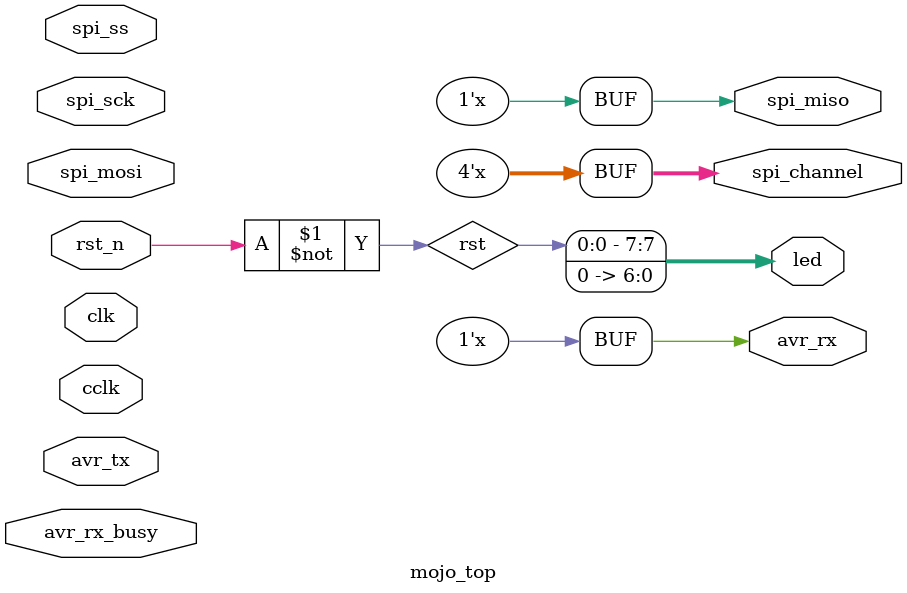
<source format=v>
module mojo_top(
    input clk,
    input rst_n,
    input cclk,
    output [7:0] led,
    output spi_miso,
    input spi_ss,
    input spi_mosi,
    input spi_sck,
    output [3:0] spi_channel,
    input avr_tx,
    output avr_rx,
    input avr_rx_busy
  );
  
  wire rst = ~rst_n;
  
  assign spi_miso = 1'bz;
  assign avr_rx = 1'bz;
  assign spi_channel = 4'bzzzz;
  
  //assign led = 8'b0;
  assign led[6:0] = 7'b0;
  assign led[7] = rst;
  
endmodule
</source>
